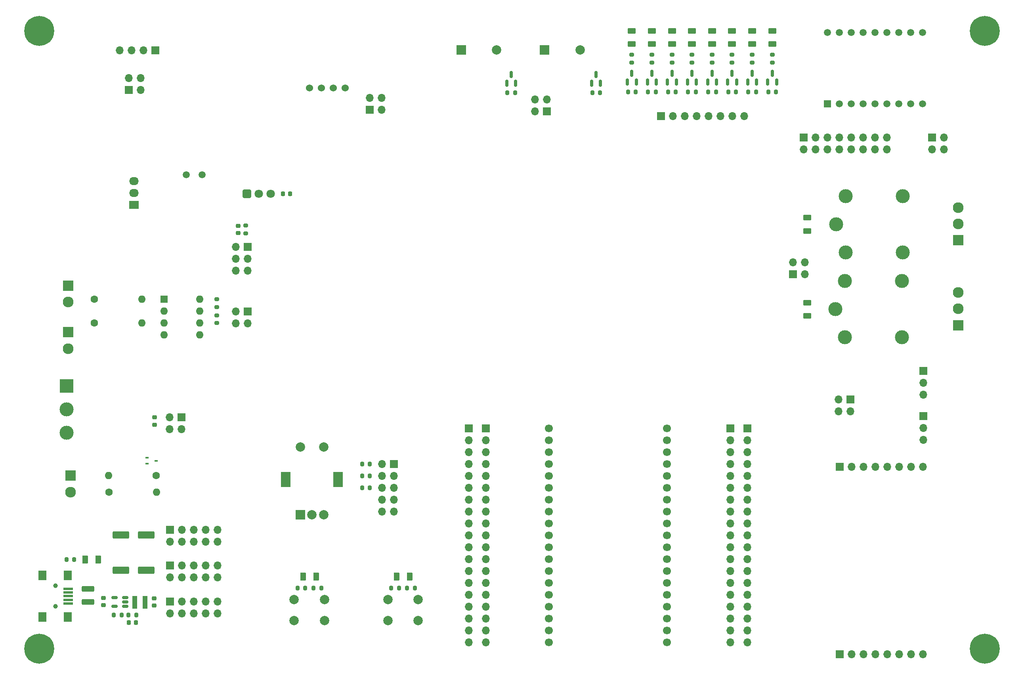
<source format=gts>
G04 #@! TF.GenerationSoftware,KiCad,Pcbnew,(6.99.0-2225-g61f71e0814)*
G04 #@! TF.CreationDate,2022-08-09T19:58:20+07:00*
G04 #@! TF.ProjectId,Training_Based,54726169-6e69-46e6-975f-42617365642e,rev?*
G04 #@! TF.SameCoordinates,Original*
G04 #@! TF.FileFunction,Soldermask,Top*
G04 #@! TF.FilePolarity,Negative*
%FSLAX46Y46*%
G04 Gerber Fmt 4.6, Leading zero omitted, Abs format (unit mm)*
G04 Created by KiCad (PCBNEW (6.99.0-2225-g61f71e0814)) date 2022-08-09 19:58:20*
%MOMM*%
%LPD*%
G01*
G04 APERTURE LIST*
G04 Aperture macros list*
%AMRoundRect*
0 Rectangle with rounded corners*
0 $1 Rounding radius*
0 $2 $3 $4 $5 $6 $7 $8 $9 X,Y pos of 4 corners*
0 Add a 4 corners polygon primitive as box body*
4,1,4,$2,$3,$4,$5,$6,$7,$8,$9,$2,$3,0*
0 Add four circle primitives for the rounded corners*
1,1,$1+$1,$2,$3*
1,1,$1+$1,$4,$5*
1,1,$1+$1,$6,$7*
1,1,$1+$1,$8,$9*
0 Add four rect primitives between the rounded corners*
20,1,$1+$1,$2,$3,$4,$5,0*
20,1,$1+$1,$4,$5,$6,$7,0*
20,1,$1+$1,$6,$7,$8,$9,0*
20,1,$1+$1,$8,$9,$2,$3,0*%
G04 Aperture macros list end*
%ADD10RoundRect,0.200000X0.200000X0.275000X-0.200000X0.275000X-0.200000X-0.275000X0.200000X-0.275000X0*%
%ADD11RoundRect,0.250000X0.625000X-0.375000X0.625000X0.375000X-0.625000X0.375000X-0.625000X-0.375000X0*%
%ADD12RoundRect,0.200000X-0.275000X0.200000X-0.275000X-0.200000X0.275000X-0.200000X0.275000X0.200000X0*%
%ADD13RoundRect,0.200000X-0.200000X-0.275000X0.200000X-0.275000X0.200000X0.275000X-0.200000X0.275000X0*%
%ADD14RoundRect,0.225000X0.225000X0.250000X-0.225000X0.250000X-0.225000X-0.250000X0.225000X-0.250000X0*%
%ADD15C,1.700000*%
%ADD16RoundRect,0.150000X0.150000X-0.587500X0.150000X0.587500X-0.150000X0.587500X-0.150000X-0.587500X0*%
%ADD17R,1.700000X1.700000*%
%ADD18O,1.700000X1.700000*%
%ADD19C,1.524000*%
%ADD20R,2.300000X2.300000*%
%ADD21C,2.300000*%
%ADD22RoundRect,0.225000X0.250000X-0.225000X0.250000X0.225000X-0.250000X0.225000X-0.250000X-0.225000X0*%
%ADD23RoundRect,0.200000X0.275000X-0.200000X0.275000X0.200000X-0.275000X0.200000X-0.275000X-0.200000X0*%
%ADD24RoundRect,0.250000X-0.375000X-0.625000X0.375000X-0.625000X0.375000X0.625000X-0.375000X0.625000X0*%
%ADD25C,1.600000*%
%ADD26O,1.600000X1.600000*%
%ADD27C,3.000000*%
%ADD28RoundRect,0.250000X1.500000X0.550000X-1.500000X0.550000X-1.500000X-0.550000X1.500000X-0.550000X0*%
%ADD29R,2.000000X2.000000*%
%ADD30C,2.000000*%
%ADD31R,2.000000X3.200000*%
%ADD32C,0.800000*%
%ADD33C,6.400000*%
%ADD34RoundRect,0.150000X0.512500X0.150000X-0.512500X0.150000X-0.512500X-0.150000X0.512500X-0.150000X0*%
%ADD35C,1.500000*%
%ADD36RoundRect,0.250000X-0.625000X0.375000X-0.625000X-0.375000X0.625000X-0.375000X0.625000X0.375000X0*%
%ADD37R,1.000000X2.700000*%
%ADD38R,1.600000X1.600000*%
%ADD39C,1.000000*%
%ADD40R,2.000000X0.500000*%
%ADD41R,1.700000X2.000000*%
%ADD42RoundRect,0.250000X1.075000X-0.375000X1.075000X0.375000X-1.075000X0.375000X-1.075000X-0.375000X0*%
%ADD43R,1.500000X1.500000*%
%ADD44RoundRect,0.225000X-0.250000X0.225000X-0.250000X-0.225000X0.250000X-0.225000X0.250000X0.225000X0*%
%ADD45RoundRect,0.225000X-0.225000X-0.250000X0.225000X-0.250000X0.225000X0.250000X-0.225000X0.250000X0*%
%ADD46R,3.000000X3.000000*%
%ADD47RoundRect,0.250200X-0.649800X-0.649800X0.649800X-0.649800X0.649800X0.649800X-0.649800X0.649800X0*%
%ADD48C,1.800000*%
%ADD49R,0.700000X0.450000*%
%ADD50R,2.032000X1.727200*%
%ADD51O,2.032000X1.727200*%
G04 APERTURE END LIST*
D10*
X155689286Y-37000000D03*
X154039286Y-37000000D03*
D11*
X150578572Y-26750000D03*
X150578572Y-23950000D03*
D12*
X167721428Y-29075000D03*
X167721428Y-30725000D03*
D10*
X31425000Y-136900000D03*
X29775000Y-136900000D03*
D13*
X102575000Y-142983333D03*
X104225000Y-142983333D03*
D14*
X44625000Y-150400000D03*
X43075000Y-150400000D03*
D15*
X132817906Y-108895600D03*
X132817906Y-111435600D03*
X132817906Y-113975600D03*
X132817906Y-116515600D03*
X132817906Y-119081000D03*
X132817906Y-121621000D03*
X132817906Y-124161000D03*
X132817906Y-126701000D03*
X132817906Y-129241000D03*
X132817906Y-131781000D03*
X132817906Y-134321000D03*
X132817906Y-136861000D03*
X132817906Y-139401000D03*
X132817906Y-141941000D03*
X132817906Y-144481000D03*
X132817906Y-147021000D03*
X132817906Y-149561000D03*
X132817906Y-152101000D03*
X132817906Y-154641000D03*
X158117906Y-154641000D03*
X158117906Y-152101000D03*
X158117906Y-149561000D03*
X158117906Y-147021000D03*
X158117906Y-144481000D03*
X158117906Y-141941000D03*
X158117906Y-139401000D03*
X158117906Y-136861000D03*
X158117906Y-134321000D03*
X158117906Y-131781000D03*
X158117906Y-129241000D03*
X158117906Y-126701000D03*
X158117906Y-124161000D03*
X158117906Y-121621000D03*
X158117906Y-119081000D03*
X158117906Y-116515600D03*
X158117906Y-113975600D03*
X158117906Y-111435600D03*
X158117906Y-108895600D03*
D11*
X176292856Y-26750000D03*
X176292856Y-23950000D03*
X188050000Y-84845000D03*
X188050000Y-82045000D03*
D10*
X172832142Y-37000000D03*
X171182142Y-37000000D03*
D16*
X153914286Y-34937500D03*
X155814286Y-34937500D03*
X154864286Y-33062500D03*
D17*
X212852253Y-96612499D03*
D18*
X212852253Y-99152499D03*
X212852253Y-101692499D03*
D11*
X163435714Y-26750000D03*
X163435714Y-23950000D03*
D16*
X175342856Y-34937500D03*
X177242856Y-34937500D03*
X176292856Y-33062500D03*
D17*
X54389999Y-106549999D03*
D18*
X51849999Y-106549999D03*
X54389999Y-109089999D03*
X51849999Y-109089999D03*
D12*
X163435714Y-29075000D03*
X163435714Y-30725000D03*
D19*
X89297500Y-36150000D03*
X86757500Y-36150000D03*
X84237500Y-36150000D03*
X81687500Y-36150000D03*
D20*
X30149999Y-78404999D03*
D21*
X30150000Y-81905000D03*
D10*
X41575000Y-148800000D03*
X39925000Y-148800000D03*
D11*
X172007142Y-26750000D03*
X172007142Y-23950000D03*
D17*
X195024999Y-117074999D03*
D18*
X197564999Y-117074999D03*
X200104999Y-117074999D03*
X202644999Y-117074999D03*
X205184999Y-117074999D03*
X207724999Y-117074999D03*
X210264999Y-117074999D03*
X212804999Y-117074999D03*
D17*
X156823070Y-42199999D03*
D18*
X159363070Y-42199999D03*
X161903070Y-42199999D03*
X164443070Y-42199999D03*
X166983070Y-42199999D03*
X169523070Y-42199999D03*
X172063070Y-42199999D03*
X174603070Y-42199999D03*
D22*
X66490000Y-67175000D03*
X66490000Y-65625000D03*
D17*
X51949999Y-145859999D03*
D18*
X51949999Y-148399999D03*
X54489999Y-145859999D03*
X54489999Y-148399999D03*
X57029999Y-145859999D03*
X57029999Y-148399999D03*
X59569999Y-145859999D03*
X59569999Y-148399999D03*
X62109999Y-145859999D03*
X62109999Y-148399999D03*
D17*
X212902253Y-106312499D03*
D18*
X212902253Y-108852499D03*
X212902253Y-111392499D03*
D10*
X125625000Y-37150000D03*
X123975000Y-37150000D03*
D16*
X162485714Y-34937500D03*
X164385714Y-34937500D03*
X163435714Y-33062500D03*
D13*
X92975000Y-116525000D03*
X94625000Y-116525000D03*
D23*
X61900000Y-86409999D03*
X61900000Y-84759999D03*
D24*
X33770000Y-136900000D03*
X36570000Y-136900000D03*
D10*
X100825000Y-142983333D03*
X99175000Y-142983333D03*
D17*
X68539999Y-70149999D03*
D18*
X65999999Y-70149999D03*
X68539999Y-72689999D03*
X65999999Y-72689999D03*
X68539999Y-75229999D03*
X65999999Y-75229999D03*
D10*
X151403572Y-37000000D03*
X149753572Y-37000000D03*
D17*
X68539999Y-83879998D03*
D18*
X65999999Y-83879998D03*
X68539999Y-86419998D03*
X65999999Y-86419998D03*
D16*
X149628572Y-34937500D03*
X151528572Y-34937500D03*
X150578572Y-33062500D03*
D25*
X38870000Y-122505000D03*
D26*
X49029999Y-122504999D03*
D27*
X194250000Y-65275000D03*
X208450000Y-59275000D03*
X208450000Y-71275000D03*
X196250000Y-71275000D03*
X196250000Y-59275000D03*
D28*
X46800000Y-139200000D03*
X41400000Y-139200000D03*
D29*
X79749999Y-127349999D03*
D30*
X84750000Y-127350000D03*
X82250000Y-127350000D03*
D31*
X76649999Y-119849999D03*
X87849999Y-119849999D03*
D30*
X84750000Y-112850000D03*
X79750000Y-112850000D03*
D20*
X220349999Y-86869999D03*
D21*
X220350000Y-83370000D03*
X220350000Y-79870000D03*
D13*
X92975000Y-121605000D03*
X94625000Y-121605000D03*
D17*
X51949999Y-138209999D03*
D18*
X51949999Y-140749999D03*
X54489999Y-138209999D03*
X54489999Y-140749999D03*
X57029999Y-138209999D03*
X57029999Y-140749999D03*
X59569999Y-138209999D03*
X59569999Y-140749999D03*
X62109999Y-138209999D03*
X62109999Y-140749999D03*
D11*
X154864286Y-26750000D03*
X154864286Y-23950000D03*
D22*
X48550000Y-146775000D03*
X48550000Y-145225000D03*
D13*
X82575000Y-142983333D03*
X84225000Y-142983333D03*
D32*
X223600000Y-24000000D03*
X224302944Y-22302944D03*
X224302944Y-25697056D03*
X226000000Y-21600000D03*
D33*
X226000000Y-24000000D03*
D32*
X226000000Y-26400000D03*
X227697056Y-22302944D03*
X227697056Y-25697056D03*
X228400000Y-24000000D03*
D20*
X30632499Y-119004999D03*
D21*
X30632500Y-122505000D03*
D28*
X46800000Y-131700000D03*
X41400000Y-131700000D03*
D20*
X220349999Y-68719999D03*
D21*
X220350000Y-65220000D03*
X220350000Y-61720000D03*
D11*
X180578572Y-26750000D03*
X180578572Y-23950000D03*
D24*
X80320000Y-140600000D03*
X83120000Y-140600000D03*
D32*
X21600000Y-24000000D03*
X22302944Y-22302944D03*
X22302944Y-25697056D03*
X24000000Y-21600000D03*
D33*
X24000000Y-24000000D03*
D32*
X24000000Y-26400000D03*
X25697056Y-22302944D03*
X25697056Y-25697056D03*
X26400000Y-24000000D03*
D34*
X42337500Y-146950000D03*
X42337500Y-146000000D03*
X42337500Y-145050000D03*
X40062500Y-145050000D03*
X40062500Y-146950000D03*
D35*
X55350000Y-54750000D03*
X58750000Y-54750000D03*
D30*
X104950000Y-150000000D03*
X98450000Y-150000000D03*
X104950000Y-145500000D03*
X98450000Y-145500000D03*
D10*
X181403572Y-37000000D03*
X179753572Y-37000000D03*
D12*
X172007142Y-29075000D03*
X172007142Y-30725000D03*
D17*
X99749999Y-116524999D03*
D18*
X97209999Y-116524999D03*
X99749999Y-119064999D03*
X97209999Y-119064999D03*
X99749999Y-121604999D03*
X97209999Y-121604999D03*
X99749999Y-124144999D03*
X97209999Y-124144999D03*
X99749999Y-126684999D03*
X97209999Y-126684999D03*
D36*
X188050000Y-63895000D03*
X188050000Y-66695000D03*
D13*
X92975000Y-119065000D03*
X94625000Y-119065000D03*
D17*
X43109999Y-36549999D03*
D18*
X45649999Y-36549999D03*
X43109999Y-34009999D03*
X45649999Y-34009999D03*
D25*
X35770000Y-81329999D03*
D26*
X45929999Y-81329998D03*
D10*
X159975000Y-37000000D03*
X158325000Y-37000000D03*
D37*
X44399999Y-146049999D03*
X46599999Y-146049999D03*
D38*
X50599999Y-81329998D03*
D26*
X50599999Y-83869998D03*
X50599999Y-86409998D03*
X50599999Y-88949998D03*
X58219999Y-88949998D03*
X58219999Y-86409998D03*
X58219999Y-83869998D03*
X58219999Y-81329998D03*
D16*
X179628572Y-34937500D03*
X181528572Y-34937500D03*
X180578572Y-33062500D03*
D10*
X177117856Y-37000000D03*
X175467856Y-37000000D03*
D17*
X187274999Y-46709999D03*
D18*
X187274999Y-49249999D03*
X189814999Y-46709999D03*
X189814999Y-49249999D03*
X192354999Y-46709999D03*
X192354999Y-49249999D03*
X194894999Y-46709999D03*
X194894999Y-49249999D03*
X197434999Y-46709999D03*
X197434999Y-49249999D03*
X199974999Y-46709999D03*
X199974999Y-49249999D03*
X202514999Y-46709999D03*
X202514999Y-49249999D03*
X205054999Y-46709999D03*
X205054999Y-49249999D03*
D12*
X68100000Y-65575000D03*
X68100000Y-67225000D03*
D25*
X48980000Y-119005000D03*
D26*
X38819999Y-119004999D03*
D39*
X27475000Y-142550000D03*
X27475000Y-146950000D03*
D40*
X30174999Y-143149999D03*
X30174999Y-143949999D03*
X30174999Y-144749999D03*
X30174999Y-145549999D03*
X30174999Y-146349999D03*
D41*
X30074999Y-140299999D03*
X24624999Y-140299999D03*
X30074999Y-149199999D03*
X24624999Y-149199999D03*
D12*
X176292856Y-29075000D03*
X176292856Y-30725000D03*
D42*
X34400000Y-146000000D03*
X34400000Y-143200000D03*
D17*
X197299999Y-102712499D03*
D18*
X194759999Y-102712499D03*
X197299999Y-105252499D03*
X194759999Y-105252499D03*
D29*
X114099999Y-27999999D03*
D30*
X121700000Y-28000000D03*
D43*
X192412499Y-39587499D03*
D35*
X194952500Y-39587500D03*
X197492500Y-39587500D03*
X200032500Y-39587500D03*
X202572500Y-39587500D03*
X205112500Y-39587500D03*
X207652500Y-39587500D03*
X210192500Y-39587500D03*
X212732500Y-39587500D03*
X212732500Y-24347500D03*
X210192500Y-24347500D03*
X207652500Y-24347500D03*
X205112500Y-24347500D03*
X202572500Y-24347500D03*
X200032500Y-24347500D03*
X197492500Y-24347500D03*
X194952500Y-24347500D03*
X192412500Y-24347500D03*
D44*
X48600000Y-106550000D03*
X48600000Y-108100000D03*
D30*
X84950000Y-149999999D03*
X78450000Y-149999999D03*
X84950000Y-145499999D03*
X78450000Y-145499999D03*
D45*
X76025000Y-58775000D03*
X77575000Y-58775000D03*
D11*
X167721428Y-26750000D03*
X167721428Y-23950000D03*
D46*
X29799999Y-99799999D03*
D27*
X29800000Y-104800000D03*
X29800000Y-109800000D03*
D47*
X68375000Y-58775000D03*
D48*
X70915000Y-58775000D03*
X73455000Y-58775000D03*
D29*
X131949999Y-27999999D03*
D30*
X139550000Y-28000000D03*
D16*
X171057142Y-34937500D03*
X172957142Y-34937500D03*
X172007142Y-33062500D03*
D10*
X168546428Y-37000000D03*
X166896428Y-37000000D03*
D25*
X35770000Y-86409999D03*
D26*
X45929999Y-86409998D03*
D12*
X159150000Y-29075000D03*
X159150000Y-30725000D03*
X150578572Y-29075000D03*
X150578572Y-30725000D03*
D17*
X171599999Y-108895599D03*
D18*
X171599999Y-111435599D03*
X171599999Y-113975599D03*
X171599999Y-116515599D03*
X171599999Y-119055599D03*
X171599999Y-121595599D03*
X171599999Y-124135599D03*
X171599999Y-126675599D03*
X171599999Y-129215599D03*
X171599999Y-131755599D03*
X171599999Y-134295599D03*
X171599999Y-136835599D03*
X171599999Y-139375599D03*
X171599999Y-141915599D03*
X171599999Y-144455599D03*
X171599999Y-146995599D03*
X171599999Y-149535599D03*
X171599999Y-152075599D03*
X171599999Y-154615599D03*
D16*
X158200000Y-34937500D03*
X160100000Y-34937500D03*
X159150000Y-33062500D03*
D20*
X30149999Y-88354999D03*
D21*
X30150000Y-91855000D03*
D16*
X166771428Y-34937500D03*
X168671428Y-34937500D03*
X167721428Y-33062500D03*
D27*
X194100000Y-83425000D03*
X208300000Y-77425000D03*
X208300000Y-89425000D03*
X196100000Y-89425000D03*
X196100000Y-77425000D03*
D12*
X180578572Y-29075000D03*
X180578572Y-30725000D03*
D32*
X223600000Y-156000000D03*
X224302944Y-154302944D03*
X224302944Y-157697056D03*
X226000000Y-153600000D03*
D33*
X226000000Y-156000000D03*
D32*
X226000000Y-158400000D03*
X227697056Y-154302944D03*
X227697056Y-157697056D03*
X228400000Y-156000000D03*
D10*
X80825000Y-142983333D03*
X79175000Y-142983333D03*
D11*
X159150000Y-26750000D03*
X159150000Y-23950000D03*
D17*
X115749999Y-108895599D03*
D18*
X115749999Y-111435599D03*
X115749999Y-113975599D03*
X115749999Y-116515599D03*
X115749999Y-119055599D03*
X115749999Y-121595599D03*
X115749999Y-124135599D03*
X115749999Y-126675599D03*
X115749999Y-129215599D03*
X115749999Y-131755599D03*
X115749999Y-134295599D03*
X115749999Y-136835599D03*
X115749999Y-139375599D03*
X115749999Y-141915599D03*
X115749999Y-144455599D03*
X115749999Y-146995599D03*
X115749999Y-149535599D03*
X115749999Y-152075599D03*
X115749999Y-154615599D03*
D16*
X123850000Y-35137500D03*
X125750000Y-35137500D03*
X124800000Y-33262500D03*
D44*
X37700000Y-145125000D03*
X37700000Y-146675000D03*
D10*
X143775000Y-37150000D03*
X142125000Y-37150000D03*
D49*
X46979999Y-115149999D03*
X46979999Y-116449999D03*
X48979999Y-115799999D03*
D17*
X51949999Y-130559999D03*
D18*
X51949999Y-133099999D03*
X54489999Y-130559999D03*
X54489999Y-133099999D03*
X57029999Y-130559999D03*
X57029999Y-133099999D03*
X59569999Y-130559999D03*
X59569999Y-133099999D03*
X62109999Y-130559999D03*
X62109999Y-133099999D03*
D24*
X100320000Y-140600000D03*
X103120000Y-140600000D03*
D12*
X154864286Y-29075000D03*
X154864286Y-30725000D03*
D17*
X94609999Y-40799999D03*
D18*
X97149999Y-40799999D03*
X94609999Y-38259999D03*
X97149999Y-38259999D03*
D17*
X185009999Y-75924999D03*
D18*
X187549999Y-75924999D03*
X185009999Y-73384999D03*
X187549999Y-73384999D03*
D10*
X164260714Y-37000000D03*
X162610714Y-37000000D03*
D17*
X119349999Y-108895599D03*
D18*
X119349999Y-111435599D03*
X119349999Y-113975599D03*
X119349999Y-116515599D03*
X119349999Y-119055599D03*
X119349999Y-121595599D03*
X119349999Y-124135599D03*
X119349999Y-126675599D03*
X119349999Y-129215599D03*
X119349999Y-131755599D03*
X119349999Y-134295599D03*
X119349999Y-136835599D03*
X119349999Y-139375599D03*
X119349999Y-141915599D03*
X119349999Y-144455599D03*
X119349999Y-146995599D03*
X119349999Y-149535599D03*
X119349999Y-152075599D03*
X119349999Y-154615599D03*
D17*
X48799999Y-28124999D03*
D18*
X46259999Y-28124999D03*
X43719999Y-28124999D03*
X41179999Y-28124999D03*
D17*
X132449999Y-41139999D03*
D18*
X132449999Y-38599999D03*
X129909999Y-41139999D03*
X129909999Y-38599999D03*
D17*
X195024999Y-157174999D03*
D18*
X197564999Y-157174999D03*
X200104999Y-157174999D03*
X202644999Y-157174999D03*
X205184999Y-157174999D03*
X207724999Y-157174999D03*
X210264999Y-157174999D03*
X212804999Y-157174999D03*
D10*
X44675000Y-148800000D03*
X43025000Y-148800000D03*
D12*
X61900000Y-81329999D03*
X61900000Y-82979999D03*
D16*
X142000000Y-35137500D03*
X143900000Y-35137500D03*
X142950000Y-33262500D03*
D32*
X21600000Y-156000000D03*
X22302944Y-154302944D03*
X22302944Y-157697056D03*
X24000000Y-153600000D03*
D33*
X24000000Y-156000000D03*
D32*
X24000000Y-158400000D03*
X25697056Y-154302944D03*
X25697056Y-157697056D03*
X26400000Y-156000000D03*
D50*
X44199999Y-61139999D03*
D51*
X44199999Y-58599999D03*
X44199999Y-56059999D03*
D17*
X214699999Y-46709999D03*
D18*
X214699999Y-49249999D03*
X217239999Y-46709999D03*
X217239999Y-49249999D03*
D17*
X175249999Y-108895599D03*
D18*
X175249999Y-111435599D03*
X175249999Y-113975599D03*
X175249999Y-116515599D03*
X175249999Y-119055599D03*
X175249999Y-121595599D03*
X175249999Y-124135599D03*
X175249999Y-126675599D03*
X175249999Y-129215599D03*
X175249999Y-131755599D03*
X175249999Y-134295599D03*
X175249999Y-136835599D03*
X175249999Y-139375599D03*
X175249999Y-141915599D03*
X175249999Y-144455599D03*
X175249999Y-146995599D03*
X175249999Y-149535599D03*
X175249999Y-152075599D03*
X175249999Y-154615599D03*
M02*

</source>
